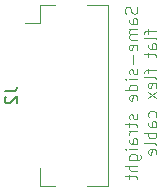
<source format=gbr>
G04 #@! TF.GenerationSoftware,KiCad,Pcbnew,7.0.7-2.fc38*
G04 #@! TF.CreationDate,2023-10-29T11:35:09+01:00*
G04 #@! TF.ProjectId,mangopimqpro-lan8720,6d616e67-6f70-4696-9d71-70726f2d6c61,rev?*
G04 #@! TF.SameCoordinates,Original*
G04 #@! TF.FileFunction,Legend,Bot*
G04 #@! TF.FilePolarity,Positive*
%FSLAX46Y46*%
G04 Gerber Fmt 4.6, Leading zero omitted, Abs format (unit mm)*
G04 Created by KiCad (PCBNEW 7.0.7-2.fc38) date 2023-10-29 11:35:09*
%MOMM*%
%LPD*%
G01*
G04 APERTURE LIST*
%ADD10C,0.100000*%
%ADD11C,0.150000*%
%ADD12C,0.120000*%
%ADD13C,3.250000*%
%ADD14C,1.890000*%
%ADD15R,1.900000X1.900000*%
%ADD16C,1.900000*%
%ADD17C,2.600000*%
%ADD18C,5.400000*%
%ADD19R,1.300000X0.300000*%
%ADD20R,2.200000X1.800000*%
G04 APERTURE END LIST*
D10*
X73964800Y-32011904D02*
X74012419Y-32154761D01*
X74012419Y-32154761D02*
X74012419Y-32392856D01*
X74012419Y-32392856D02*
X73964800Y-32488094D01*
X73964800Y-32488094D02*
X73917180Y-32535713D01*
X73917180Y-32535713D02*
X73821942Y-32583332D01*
X73821942Y-32583332D02*
X73726704Y-32583332D01*
X73726704Y-32583332D02*
X73631466Y-32535713D01*
X73631466Y-32535713D02*
X73583847Y-32488094D01*
X73583847Y-32488094D02*
X73536228Y-32392856D01*
X73536228Y-32392856D02*
X73488609Y-32202380D01*
X73488609Y-32202380D02*
X73440990Y-32107142D01*
X73440990Y-32107142D02*
X73393371Y-32059523D01*
X73393371Y-32059523D02*
X73298133Y-32011904D01*
X73298133Y-32011904D02*
X73202895Y-32011904D01*
X73202895Y-32011904D02*
X73107657Y-32059523D01*
X73107657Y-32059523D02*
X73060038Y-32107142D01*
X73060038Y-32107142D02*
X73012419Y-32202380D01*
X73012419Y-32202380D02*
X73012419Y-32440475D01*
X73012419Y-32440475D02*
X73060038Y-32583332D01*
X74012419Y-33440475D02*
X73488609Y-33440475D01*
X73488609Y-33440475D02*
X73393371Y-33392856D01*
X73393371Y-33392856D02*
X73345752Y-33297618D01*
X73345752Y-33297618D02*
X73345752Y-33107142D01*
X73345752Y-33107142D02*
X73393371Y-33011904D01*
X73964800Y-33440475D02*
X74012419Y-33345237D01*
X74012419Y-33345237D02*
X74012419Y-33107142D01*
X74012419Y-33107142D02*
X73964800Y-33011904D01*
X73964800Y-33011904D02*
X73869561Y-32964285D01*
X73869561Y-32964285D02*
X73774323Y-32964285D01*
X73774323Y-32964285D02*
X73679085Y-33011904D01*
X73679085Y-33011904D02*
X73631466Y-33107142D01*
X73631466Y-33107142D02*
X73631466Y-33345237D01*
X73631466Y-33345237D02*
X73583847Y-33440475D01*
X74012419Y-33916666D02*
X73345752Y-33916666D01*
X73440990Y-33916666D02*
X73393371Y-33964285D01*
X73393371Y-33964285D02*
X73345752Y-34059523D01*
X73345752Y-34059523D02*
X73345752Y-34202380D01*
X73345752Y-34202380D02*
X73393371Y-34297618D01*
X73393371Y-34297618D02*
X73488609Y-34345237D01*
X73488609Y-34345237D02*
X74012419Y-34345237D01*
X73488609Y-34345237D02*
X73393371Y-34392856D01*
X73393371Y-34392856D02*
X73345752Y-34488094D01*
X73345752Y-34488094D02*
X73345752Y-34630951D01*
X73345752Y-34630951D02*
X73393371Y-34726190D01*
X73393371Y-34726190D02*
X73488609Y-34773809D01*
X73488609Y-34773809D02*
X74012419Y-34773809D01*
X73964800Y-35630951D02*
X74012419Y-35535713D01*
X74012419Y-35535713D02*
X74012419Y-35345237D01*
X74012419Y-35345237D02*
X73964800Y-35249999D01*
X73964800Y-35249999D02*
X73869561Y-35202380D01*
X73869561Y-35202380D02*
X73488609Y-35202380D01*
X73488609Y-35202380D02*
X73393371Y-35249999D01*
X73393371Y-35249999D02*
X73345752Y-35345237D01*
X73345752Y-35345237D02*
X73345752Y-35535713D01*
X73345752Y-35535713D02*
X73393371Y-35630951D01*
X73393371Y-35630951D02*
X73488609Y-35678570D01*
X73488609Y-35678570D02*
X73583847Y-35678570D01*
X73583847Y-35678570D02*
X73679085Y-35202380D01*
X73631466Y-36107142D02*
X73631466Y-36869047D01*
X73964800Y-37297618D02*
X74012419Y-37392856D01*
X74012419Y-37392856D02*
X74012419Y-37583332D01*
X74012419Y-37583332D02*
X73964800Y-37678570D01*
X73964800Y-37678570D02*
X73869561Y-37726189D01*
X73869561Y-37726189D02*
X73821942Y-37726189D01*
X73821942Y-37726189D02*
X73726704Y-37678570D01*
X73726704Y-37678570D02*
X73679085Y-37583332D01*
X73679085Y-37583332D02*
X73679085Y-37440475D01*
X73679085Y-37440475D02*
X73631466Y-37345237D01*
X73631466Y-37345237D02*
X73536228Y-37297618D01*
X73536228Y-37297618D02*
X73488609Y-37297618D01*
X73488609Y-37297618D02*
X73393371Y-37345237D01*
X73393371Y-37345237D02*
X73345752Y-37440475D01*
X73345752Y-37440475D02*
X73345752Y-37583332D01*
X73345752Y-37583332D02*
X73393371Y-37678570D01*
X74012419Y-38154761D02*
X73345752Y-38154761D01*
X73012419Y-38154761D02*
X73060038Y-38107142D01*
X73060038Y-38107142D02*
X73107657Y-38154761D01*
X73107657Y-38154761D02*
X73060038Y-38202380D01*
X73060038Y-38202380D02*
X73012419Y-38154761D01*
X73012419Y-38154761D02*
X73107657Y-38154761D01*
X74012419Y-39059522D02*
X73012419Y-39059522D01*
X73964800Y-39059522D02*
X74012419Y-38964284D01*
X74012419Y-38964284D02*
X74012419Y-38773808D01*
X74012419Y-38773808D02*
X73964800Y-38678570D01*
X73964800Y-38678570D02*
X73917180Y-38630951D01*
X73917180Y-38630951D02*
X73821942Y-38583332D01*
X73821942Y-38583332D02*
X73536228Y-38583332D01*
X73536228Y-38583332D02*
X73440990Y-38630951D01*
X73440990Y-38630951D02*
X73393371Y-38678570D01*
X73393371Y-38678570D02*
X73345752Y-38773808D01*
X73345752Y-38773808D02*
X73345752Y-38964284D01*
X73345752Y-38964284D02*
X73393371Y-39059522D01*
X73964800Y-39916665D02*
X74012419Y-39821427D01*
X74012419Y-39821427D02*
X74012419Y-39630951D01*
X74012419Y-39630951D02*
X73964800Y-39535713D01*
X73964800Y-39535713D02*
X73869561Y-39488094D01*
X73869561Y-39488094D02*
X73488609Y-39488094D01*
X73488609Y-39488094D02*
X73393371Y-39535713D01*
X73393371Y-39535713D02*
X73345752Y-39630951D01*
X73345752Y-39630951D02*
X73345752Y-39821427D01*
X73345752Y-39821427D02*
X73393371Y-39916665D01*
X73393371Y-39916665D02*
X73488609Y-39964284D01*
X73488609Y-39964284D02*
X73583847Y-39964284D01*
X73583847Y-39964284D02*
X73679085Y-39488094D01*
X73964800Y-41107142D02*
X74012419Y-41202380D01*
X74012419Y-41202380D02*
X74012419Y-41392856D01*
X74012419Y-41392856D02*
X73964800Y-41488094D01*
X73964800Y-41488094D02*
X73869561Y-41535713D01*
X73869561Y-41535713D02*
X73821942Y-41535713D01*
X73821942Y-41535713D02*
X73726704Y-41488094D01*
X73726704Y-41488094D02*
X73679085Y-41392856D01*
X73679085Y-41392856D02*
X73679085Y-41249999D01*
X73679085Y-41249999D02*
X73631466Y-41154761D01*
X73631466Y-41154761D02*
X73536228Y-41107142D01*
X73536228Y-41107142D02*
X73488609Y-41107142D01*
X73488609Y-41107142D02*
X73393371Y-41154761D01*
X73393371Y-41154761D02*
X73345752Y-41249999D01*
X73345752Y-41249999D02*
X73345752Y-41392856D01*
X73345752Y-41392856D02*
X73393371Y-41488094D01*
X73345752Y-41821428D02*
X73345752Y-42202380D01*
X73012419Y-41964285D02*
X73869561Y-41964285D01*
X73869561Y-41964285D02*
X73964800Y-42011904D01*
X73964800Y-42011904D02*
X74012419Y-42107142D01*
X74012419Y-42107142D02*
X74012419Y-42202380D01*
X74012419Y-42535714D02*
X73345752Y-42535714D01*
X73536228Y-42535714D02*
X73440990Y-42583333D01*
X73440990Y-42583333D02*
X73393371Y-42630952D01*
X73393371Y-42630952D02*
X73345752Y-42726190D01*
X73345752Y-42726190D02*
X73345752Y-42821428D01*
X74012419Y-43583333D02*
X73488609Y-43583333D01*
X73488609Y-43583333D02*
X73393371Y-43535714D01*
X73393371Y-43535714D02*
X73345752Y-43440476D01*
X73345752Y-43440476D02*
X73345752Y-43250000D01*
X73345752Y-43250000D02*
X73393371Y-43154762D01*
X73964800Y-43583333D02*
X74012419Y-43488095D01*
X74012419Y-43488095D02*
X74012419Y-43250000D01*
X74012419Y-43250000D02*
X73964800Y-43154762D01*
X73964800Y-43154762D02*
X73869561Y-43107143D01*
X73869561Y-43107143D02*
X73774323Y-43107143D01*
X73774323Y-43107143D02*
X73679085Y-43154762D01*
X73679085Y-43154762D02*
X73631466Y-43250000D01*
X73631466Y-43250000D02*
X73631466Y-43488095D01*
X73631466Y-43488095D02*
X73583847Y-43583333D01*
X74012419Y-44059524D02*
X73345752Y-44059524D01*
X73012419Y-44059524D02*
X73060038Y-44011905D01*
X73060038Y-44011905D02*
X73107657Y-44059524D01*
X73107657Y-44059524D02*
X73060038Y-44107143D01*
X73060038Y-44107143D02*
X73012419Y-44059524D01*
X73012419Y-44059524D02*
X73107657Y-44059524D01*
X73345752Y-44964285D02*
X74155276Y-44964285D01*
X74155276Y-44964285D02*
X74250514Y-44916666D01*
X74250514Y-44916666D02*
X74298133Y-44869047D01*
X74298133Y-44869047D02*
X74345752Y-44773809D01*
X74345752Y-44773809D02*
X74345752Y-44630952D01*
X74345752Y-44630952D02*
X74298133Y-44535714D01*
X73964800Y-44964285D02*
X74012419Y-44869047D01*
X74012419Y-44869047D02*
X74012419Y-44678571D01*
X74012419Y-44678571D02*
X73964800Y-44583333D01*
X73964800Y-44583333D02*
X73917180Y-44535714D01*
X73917180Y-44535714D02*
X73821942Y-44488095D01*
X73821942Y-44488095D02*
X73536228Y-44488095D01*
X73536228Y-44488095D02*
X73440990Y-44535714D01*
X73440990Y-44535714D02*
X73393371Y-44583333D01*
X73393371Y-44583333D02*
X73345752Y-44678571D01*
X73345752Y-44678571D02*
X73345752Y-44869047D01*
X73345752Y-44869047D02*
X73393371Y-44964285D01*
X74012419Y-45440476D02*
X73012419Y-45440476D01*
X74012419Y-45869047D02*
X73488609Y-45869047D01*
X73488609Y-45869047D02*
X73393371Y-45821428D01*
X73393371Y-45821428D02*
X73345752Y-45726190D01*
X73345752Y-45726190D02*
X73345752Y-45583333D01*
X73345752Y-45583333D02*
X73393371Y-45488095D01*
X73393371Y-45488095D02*
X73440990Y-45440476D01*
X73345752Y-46202381D02*
X73345752Y-46583333D01*
X73012419Y-46345238D02*
X73869561Y-46345238D01*
X73869561Y-46345238D02*
X73964800Y-46392857D01*
X73964800Y-46392857D02*
X74012419Y-46488095D01*
X74012419Y-46488095D02*
X74012419Y-46583333D01*
X74955752Y-33892855D02*
X74955752Y-34273807D01*
X75622419Y-34035712D02*
X74765276Y-34035712D01*
X74765276Y-34035712D02*
X74670038Y-34083331D01*
X74670038Y-34083331D02*
X74622419Y-34178569D01*
X74622419Y-34178569D02*
X74622419Y-34273807D01*
X75622419Y-34749998D02*
X75574800Y-34654760D01*
X75574800Y-34654760D02*
X75479561Y-34607141D01*
X75479561Y-34607141D02*
X74622419Y-34607141D01*
X75622419Y-35559522D02*
X75098609Y-35559522D01*
X75098609Y-35559522D02*
X75003371Y-35511903D01*
X75003371Y-35511903D02*
X74955752Y-35416665D01*
X74955752Y-35416665D02*
X74955752Y-35226189D01*
X74955752Y-35226189D02*
X75003371Y-35130951D01*
X75574800Y-35559522D02*
X75622419Y-35464284D01*
X75622419Y-35464284D02*
X75622419Y-35226189D01*
X75622419Y-35226189D02*
X75574800Y-35130951D01*
X75574800Y-35130951D02*
X75479561Y-35083332D01*
X75479561Y-35083332D02*
X75384323Y-35083332D01*
X75384323Y-35083332D02*
X75289085Y-35130951D01*
X75289085Y-35130951D02*
X75241466Y-35226189D01*
X75241466Y-35226189D02*
X75241466Y-35464284D01*
X75241466Y-35464284D02*
X75193847Y-35559522D01*
X74955752Y-35892856D02*
X74955752Y-36273808D01*
X74622419Y-36035713D02*
X75479561Y-36035713D01*
X75479561Y-36035713D02*
X75574800Y-36083332D01*
X75574800Y-36083332D02*
X75622419Y-36178570D01*
X75622419Y-36178570D02*
X75622419Y-36273808D01*
X74955752Y-37226190D02*
X74955752Y-37607142D01*
X75622419Y-37369047D02*
X74765276Y-37369047D01*
X74765276Y-37369047D02*
X74670038Y-37416666D01*
X74670038Y-37416666D02*
X74622419Y-37511904D01*
X74622419Y-37511904D02*
X74622419Y-37607142D01*
X75622419Y-38083333D02*
X75574800Y-37988095D01*
X75574800Y-37988095D02*
X75479561Y-37940476D01*
X75479561Y-37940476D02*
X74622419Y-37940476D01*
X75574800Y-38845238D02*
X75622419Y-38750000D01*
X75622419Y-38750000D02*
X75622419Y-38559524D01*
X75622419Y-38559524D02*
X75574800Y-38464286D01*
X75574800Y-38464286D02*
X75479561Y-38416667D01*
X75479561Y-38416667D02*
X75098609Y-38416667D01*
X75098609Y-38416667D02*
X75003371Y-38464286D01*
X75003371Y-38464286D02*
X74955752Y-38559524D01*
X74955752Y-38559524D02*
X74955752Y-38750000D01*
X74955752Y-38750000D02*
X75003371Y-38845238D01*
X75003371Y-38845238D02*
X75098609Y-38892857D01*
X75098609Y-38892857D02*
X75193847Y-38892857D01*
X75193847Y-38892857D02*
X75289085Y-38416667D01*
X75622419Y-39226191D02*
X74955752Y-39750000D01*
X74955752Y-39226191D02*
X75622419Y-39750000D01*
X75574800Y-41321429D02*
X75622419Y-41226191D01*
X75622419Y-41226191D02*
X75622419Y-41035715D01*
X75622419Y-41035715D02*
X75574800Y-40940477D01*
X75574800Y-40940477D02*
X75527180Y-40892858D01*
X75527180Y-40892858D02*
X75431942Y-40845239D01*
X75431942Y-40845239D02*
X75146228Y-40845239D01*
X75146228Y-40845239D02*
X75050990Y-40892858D01*
X75050990Y-40892858D02*
X75003371Y-40940477D01*
X75003371Y-40940477D02*
X74955752Y-41035715D01*
X74955752Y-41035715D02*
X74955752Y-41226191D01*
X74955752Y-41226191D02*
X75003371Y-41321429D01*
X75622419Y-42178572D02*
X75098609Y-42178572D01*
X75098609Y-42178572D02*
X75003371Y-42130953D01*
X75003371Y-42130953D02*
X74955752Y-42035715D01*
X74955752Y-42035715D02*
X74955752Y-41845239D01*
X74955752Y-41845239D02*
X75003371Y-41750001D01*
X75574800Y-42178572D02*
X75622419Y-42083334D01*
X75622419Y-42083334D02*
X75622419Y-41845239D01*
X75622419Y-41845239D02*
X75574800Y-41750001D01*
X75574800Y-41750001D02*
X75479561Y-41702382D01*
X75479561Y-41702382D02*
X75384323Y-41702382D01*
X75384323Y-41702382D02*
X75289085Y-41750001D01*
X75289085Y-41750001D02*
X75241466Y-41845239D01*
X75241466Y-41845239D02*
X75241466Y-42083334D01*
X75241466Y-42083334D02*
X75193847Y-42178572D01*
X75622419Y-42654763D02*
X74622419Y-42654763D01*
X75003371Y-42654763D02*
X74955752Y-42750001D01*
X74955752Y-42750001D02*
X74955752Y-42940477D01*
X74955752Y-42940477D02*
X75003371Y-43035715D01*
X75003371Y-43035715D02*
X75050990Y-43083334D01*
X75050990Y-43083334D02*
X75146228Y-43130953D01*
X75146228Y-43130953D02*
X75431942Y-43130953D01*
X75431942Y-43130953D02*
X75527180Y-43083334D01*
X75527180Y-43083334D02*
X75574800Y-43035715D01*
X75574800Y-43035715D02*
X75622419Y-42940477D01*
X75622419Y-42940477D02*
X75622419Y-42750001D01*
X75622419Y-42750001D02*
X75574800Y-42654763D01*
X75622419Y-43702382D02*
X75574800Y-43607144D01*
X75574800Y-43607144D02*
X75479561Y-43559525D01*
X75479561Y-43559525D02*
X74622419Y-43559525D01*
X75574800Y-44464287D02*
X75622419Y-44369049D01*
X75622419Y-44369049D02*
X75622419Y-44178573D01*
X75622419Y-44178573D02*
X75574800Y-44083335D01*
X75574800Y-44083335D02*
X75479561Y-44035716D01*
X75479561Y-44035716D02*
X75098609Y-44035716D01*
X75098609Y-44035716D02*
X75003371Y-44083335D01*
X75003371Y-44083335D02*
X74955752Y-44178573D01*
X74955752Y-44178573D02*
X74955752Y-44369049D01*
X74955752Y-44369049D02*
X75003371Y-44464287D01*
X75003371Y-44464287D02*
X75098609Y-44511906D01*
X75098609Y-44511906D02*
X75193847Y-44511906D01*
X75193847Y-44511906D02*
X75289085Y-44035716D01*
D11*
X62804819Y-39166666D02*
X63519104Y-39166666D01*
X63519104Y-39166666D02*
X63661961Y-39119047D01*
X63661961Y-39119047D02*
X63757200Y-39023809D01*
X63757200Y-39023809D02*
X63804819Y-38880952D01*
X63804819Y-38880952D02*
X63804819Y-38785714D01*
X62900057Y-39595238D02*
X62852438Y-39642857D01*
X62852438Y-39642857D02*
X62804819Y-39738095D01*
X62804819Y-39738095D02*
X62804819Y-39976190D01*
X62804819Y-39976190D02*
X62852438Y-40071428D01*
X62852438Y-40071428D02*
X62900057Y-40119047D01*
X62900057Y-40119047D02*
X62995295Y-40166666D01*
X62995295Y-40166666D02*
X63090533Y-40166666D01*
X63090533Y-40166666D02*
X63233390Y-40119047D01*
X63233390Y-40119047D02*
X63804819Y-39547619D01*
X63804819Y-39547619D02*
X63804819Y-40166666D01*
D12*
X71550000Y-31850000D02*
X71550000Y-47150000D01*
X69810000Y-31850000D02*
X71550000Y-31850000D01*
X65750000Y-31850000D02*
X67090000Y-31850000D01*
X65750000Y-33340000D02*
X65750000Y-31850000D01*
X65750000Y-33340000D02*
X64550000Y-33340000D01*
X65750000Y-45660000D02*
X65750000Y-47150000D01*
X71550000Y-47150000D02*
X69810000Y-47150000D01*
X65750000Y-47150000D02*
X67090000Y-47150000D01*
%LPC*%
D13*
X23530000Y-33835000D03*
X23530000Y-45265000D03*
D14*
X20150000Y-45875000D03*
X18630000Y-43335000D03*
X20150000Y-35765000D03*
X18630000Y-33225000D03*
D15*
X29870000Y-35105000D03*
D16*
X32410000Y-36375000D03*
X29870000Y-37645000D03*
X32410000Y-38915000D03*
X29870000Y-40185000D03*
X32410000Y-41455000D03*
X29870000Y-42725000D03*
X32410000Y-43995000D03*
D17*
X26580000Y-31775000D03*
X26580000Y-47325000D03*
D18*
X74000000Y-28000000D03*
X74000000Y-51000000D03*
X16000000Y-51000000D03*
X16000000Y-28000000D03*
D19*
X65200000Y-33750000D03*
X65200000Y-34250000D03*
X65200000Y-34750000D03*
X65200000Y-35250000D03*
X65200000Y-35750000D03*
X65200000Y-36250000D03*
X65200000Y-36750000D03*
X65200000Y-37250000D03*
X65200000Y-37750000D03*
X65200000Y-38250000D03*
X65200000Y-38750000D03*
X65200000Y-39250000D03*
X65200000Y-39750000D03*
X65200000Y-40250000D03*
X65200000Y-40750000D03*
X65200000Y-41250000D03*
X65200000Y-41750000D03*
X65200000Y-42250000D03*
X65200000Y-42750000D03*
X65200000Y-43250000D03*
X65200000Y-43750000D03*
X65200000Y-44250000D03*
X65200000Y-44750000D03*
X65200000Y-45250000D03*
D20*
X68450000Y-31850000D03*
X68450000Y-47150000D03*
%LPD*%
M02*

</source>
